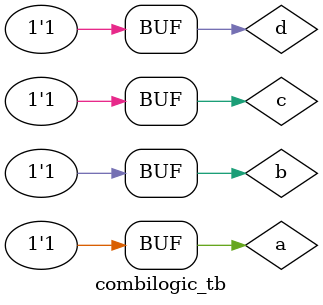
<source format=sv>
module combilogic_tb;
    reg a, b, c, d;
    wire Y;
    combilogic dut (a,b,c,d,Y);
    initial
     begin
        a = 0; b = 0; c = 0; d = 0; #10;
        a = 0; b = 0; c = 0; d = 1; #10; 
        a = 0; b = 0; c = 1; d = 0; #10; 
        a = 0; b = 0; c = 1; d = 1; #10;
        a = 0; b = 1; c = 0; d = 0; #10; 
        a = 0; b = 1; c = 0; d = 1; #10; 
        a = 0; b = 1; c = 1; d = 0; #10; 
        a = 0; b = 1; c = 1; d = 1; #10;
        a = 1; b = 0; c = 0; d = 0; #10;
        a = 1; b = 0; c = 0; d = 1; #10;
        a = 1; b = 0; c = 1; d = 0; #10;
        a = 1; b = 0; c = 1; d = 1; #10;
        a = 1; b = 1; c = 0; d = 0; #10;
        a = 1; b = 1; c = 0; d = 1; #10; 
        a = 1; b = 1; c = 1; d = 0; #10; 
        a = 1; b = 1; c = 1; d = 1; #10; 
    end
endmodule

</source>
